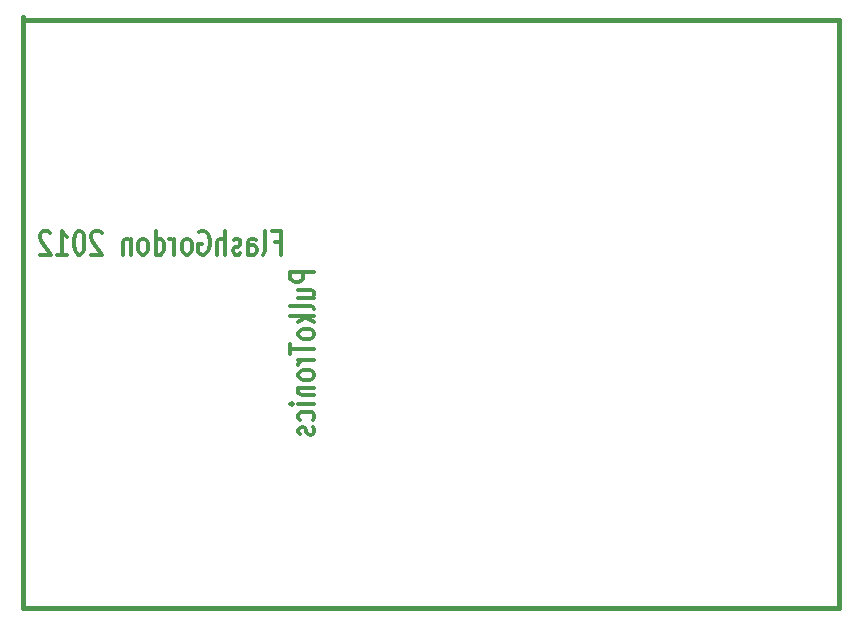
<source format=gbo>
G04 (created by PCBNEW-RS274X (2011-07-08 BZR 3044)-stable) date 06/10/2012 12:04:17*
G01*
G70*
G90*
%MOIN*%
G04 Gerber Fmt 3.4, Leading zero omitted, Abs format*
%FSLAX34Y34*%
G04 APERTURE LIST*
%ADD10C,0.006000*%
%ADD11C,0.015000*%
%ADD12C,0.012000*%
%ADD13C,0.075000*%
%ADD14R,0.082000X0.110000*%
%ADD15O,0.082000X0.110000*%
%ADD16R,0.075000X0.075000*%
%ADD17C,0.090000*%
%ADD18R,0.090000X0.090000*%
%ADD19R,0.110000X0.082000*%
%ADD20O,0.110000X0.082000*%
%ADD21R,0.080000X0.080000*%
%ADD22C,0.080000*%
G04 APERTURE END LIST*
G54D10*
G54D11*
X07000Y-08100D02*
X07000Y-08000D01*
X34200Y-08100D02*
X07000Y-08100D01*
X34200Y-27700D02*
X34200Y-08100D01*
X07000Y-27700D02*
X34200Y-27700D01*
X07000Y-08100D02*
X07000Y-27700D01*
G54D12*
X16724Y-16500D02*
X15924Y-16500D01*
X15924Y-16728D01*
X15962Y-16786D01*
X16000Y-16814D01*
X16076Y-16843D01*
X16190Y-16843D01*
X16267Y-16814D01*
X16305Y-16786D01*
X16343Y-16728D01*
X16343Y-16500D01*
X16190Y-17357D02*
X16724Y-17357D01*
X16190Y-17100D02*
X16610Y-17100D01*
X16686Y-17128D01*
X16724Y-17186D01*
X16724Y-17271D01*
X16686Y-17328D01*
X16648Y-17357D01*
X16724Y-17729D02*
X16686Y-17671D01*
X16610Y-17643D01*
X15924Y-17643D01*
X16724Y-17957D02*
X15924Y-17957D01*
X16419Y-18014D02*
X16724Y-18185D01*
X16190Y-18185D02*
X16495Y-17957D01*
X16724Y-18529D02*
X16686Y-18471D01*
X16648Y-18443D01*
X16571Y-18414D01*
X16343Y-18414D01*
X16267Y-18443D01*
X16229Y-18471D01*
X16190Y-18529D01*
X16190Y-18614D01*
X16229Y-18671D01*
X16267Y-18700D01*
X16343Y-18729D01*
X16571Y-18729D01*
X16648Y-18700D01*
X16686Y-18671D01*
X16724Y-18614D01*
X16724Y-18529D01*
X15924Y-18900D02*
X15924Y-19243D01*
X16724Y-19072D02*
X15924Y-19072D01*
X16724Y-19443D02*
X16190Y-19443D01*
X16343Y-19443D02*
X16267Y-19471D01*
X16229Y-19500D01*
X16190Y-19557D01*
X16190Y-19614D01*
X16724Y-19900D02*
X16686Y-19842D01*
X16648Y-19814D01*
X16571Y-19785D01*
X16343Y-19785D01*
X16267Y-19814D01*
X16229Y-19842D01*
X16190Y-19900D01*
X16190Y-19985D01*
X16229Y-20042D01*
X16267Y-20071D01*
X16343Y-20100D01*
X16571Y-20100D01*
X16648Y-20071D01*
X16686Y-20042D01*
X16724Y-19985D01*
X16724Y-19900D01*
X16190Y-20357D02*
X16724Y-20357D01*
X16267Y-20357D02*
X16229Y-20385D01*
X16190Y-20443D01*
X16190Y-20528D01*
X16229Y-20585D01*
X16305Y-20614D01*
X16724Y-20614D01*
X16724Y-20900D02*
X16190Y-20900D01*
X15924Y-20900D02*
X15962Y-20871D01*
X16000Y-20900D01*
X15962Y-20928D01*
X15924Y-20900D01*
X16000Y-20900D01*
X16686Y-21443D02*
X16724Y-21386D01*
X16724Y-21272D01*
X16686Y-21214D01*
X16648Y-21186D01*
X16571Y-21157D01*
X16343Y-21157D01*
X16267Y-21186D01*
X16229Y-21214D01*
X16190Y-21272D01*
X16190Y-21386D01*
X16229Y-21443D01*
X16686Y-21671D02*
X16724Y-21728D01*
X16724Y-21843D01*
X16686Y-21900D01*
X16610Y-21928D01*
X16571Y-21928D01*
X16495Y-21900D01*
X16457Y-21843D01*
X16457Y-21757D01*
X16419Y-21700D01*
X16343Y-21671D01*
X16305Y-21671D01*
X16229Y-21700D01*
X16190Y-21757D01*
X16190Y-21843D01*
X16229Y-21900D01*
X15399Y-15505D02*
X15599Y-15505D01*
X15599Y-15924D02*
X15599Y-15124D01*
X15313Y-15124D01*
X14999Y-15924D02*
X15057Y-15886D01*
X15085Y-15810D01*
X15085Y-15124D01*
X14514Y-15924D02*
X14514Y-15505D01*
X14543Y-15429D01*
X14600Y-15390D01*
X14714Y-15390D01*
X14771Y-15429D01*
X14514Y-15886D02*
X14571Y-15924D01*
X14714Y-15924D01*
X14771Y-15886D01*
X14800Y-15810D01*
X14800Y-15733D01*
X14771Y-15657D01*
X14714Y-15619D01*
X14571Y-15619D01*
X14514Y-15581D01*
X14257Y-15886D02*
X14200Y-15924D01*
X14085Y-15924D01*
X14028Y-15886D01*
X14000Y-15810D01*
X14000Y-15771D01*
X14028Y-15695D01*
X14085Y-15657D01*
X14171Y-15657D01*
X14228Y-15619D01*
X14257Y-15543D01*
X14257Y-15505D01*
X14228Y-15429D01*
X14171Y-15390D01*
X14085Y-15390D01*
X14028Y-15429D01*
X13742Y-15924D02*
X13742Y-15124D01*
X13485Y-15924D02*
X13485Y-15505D01*
X13514Y-15429D01*
X13571Y-15390D01*
X13656Y-15390D01*
X13714Y-15429D01*
X13742Y-15467D01*
X12885Y-15162D02*
X12942Y-15124D01*
X13028Y-15124D01*
X13113Y-15162D01*
X13171Y-15238D01*
X13199Y-15314D01*
X13228Y-15467D01*
X13228Y-15581D01*
X13199Y-15733D01*
X13171Y-15810D01*
X13113Y-15886D01*
X13028Y-15924D01*
X12971Y-15924D01*
X12885Y-15886D01*
X12856Y-15848D01*
X12856Y-15581D01*
X12971Y-15581D01*
X12513Y-15924D02*
X12571Y-15886D01*
X12599Y-15848D01*
X12628Y-15771D01*
X12628Y-15543D01*
X12599Y-15467D01*
X12571Y-15429D01*
X12513Y-15390D01*
X12428Y-15390D01*
X12371Y-15429D01*
X12342Y-15467D01*
X12313Y-15543D01*
X12313Y-15771D01*
X12342Y-15848D01*
X12371Y-15886D01*
X12428Y-15924D01*
X12513Y-15924D01*
X12056Y-15924D02*
X12056Y-15390D01*
X12056Y-15543D02*
X12028Y-15467D01*
X11999Y-15429D01*
X11942Y-15390D01*
X11885Y-15390D01*
X11428Y-15924D02*
X11428Y-15124D01*
X11428Y-15886D02*
X11485Y-15924D01*
X11599Y-15924D01*
X11657Y-15886D01*
X11685Y-15848D01*
X11714Y-15771D01*
X11714Y-15543D01*
X11685Y-15467D01*
X11657Y-15429D01*
X11599Y-15390D01*
X11485Y-15390D01*
X11428Y-15429D01*
X11056Y-15924D02*
X11114Y-15886D01*
X11142Y-15848D01*
X11171Y-15771D01*
X11171Y-15543D01*
X11142Y-15467D01*
X11114Y-15429D01*
X11056Y-15390D01*
X10971Y-15390D01*
X10914Y-15429D01*
X10885Y-15467D01*
X10856Y-15543D01*
X10856Y-15771D01*
X10885Y-15848D01*
X10914Y-15886D01*
X10971Y-15924D01*
X11056Y-15924D01*
X10599Y-15390D02*
X10599Y-15924D01*
X10599Y-15467D02*
X10571Y-15429D01*
X10513Y-15390D01*
X10428Y-15390D01*
X10371Y-15429D01*
X10342Y-15505D01*
X10342Y-15924D01*
X09628Y-15200D02*
X09599Y-15162D01*
X09542Y-15124D01*
X09399Y-15124D01*
X09342Y-15162D01*
X09313Y-15200D01*
X09285Y-15276D01*
X09285Y-15352D01*
X09313Y-15467D01*
X09656Y-15924D01*
X09285Y-15924D01*
X08914Y-15124D02*
X08857Y-15124D01*
X08800Y-15162D01*
X08771Y-15200D01*
X08742Y-15276D01*
X08714Y-15429D01*
X08714Y-15619D01*
X08742Y-15771D01*
X08771Y-15848D01*
X08800Y-15886D01*
X08857Y-15924D01*
X08914Y-15924D01*
X08971Y-15886D01*
X09000Y-15848D01*
X09028Y-15771D01*
X09057Y-15619D01*
X09057Y-15429D01*
X09028Y-15276D01*
X09000Y-15200D01*
X08971Y-15162D01*
X08914Y-15124D01*
X08143Y-15924D02*
X08486Y-15924D01*
X08314Y-15924D02*
X08314Y-15124D01*
X08371Y-15238D01*
X08429Y-15314D01*
X08486Y-15352D01*
X07915Y-15200D02*
X07886Y-15162D01*
X07829Y-15124D01*
X07686Y-15124D01*
X07629Y-15162D01*
X07600Y-15200D01*
X07572Y-15276D01*
X07572Y-15352D01*
X07600Y-15467D01*
X07943Y-15924D01*
X07572Y-15924D01*
%LPC*%
G54D13*
X16200Y-11900D03*
X16200Y-13900D03*
X17300Y-09900D03*
X17300Y-11900D03*
X24600Y-11800D03*
X24600Y-09800D03*
G54D14*
X08500Y-14400D03*
G54D15*
X09500Y-14400D03*
X10500Y-14400D03*
X11500Y-14400D03*
X12500Y-14400D03*
X13500Y-14400D03*
X14500Y-14400D03*
X14500Y-11400D03*
X13500Y-11400D03*
X12500Y-11400D03*
X11500Y-11400D03*
X10500Y-11400D03*
X09500Y-11400D03*
X08500Y-11400D03*
G54D16*
X22750Y-23200D03*
G54D13*
X22750Y-21700D03*
G54D17*
X26000Y-14700D03*
G54D18*
X26000Y-18700D03*
G54D13*
X25000Y-20500D03*
X25000Y-23500D03*
G54D17*
X26300Y-23800D03*
G54D18*
X26300Y-19800D03*
G54D16*
X33250Y-20050D03*
G54D13*
X33250Y-21050D03*
X33250Y-22050D03*
G54D16*
X33250Y-18650D03*
G54D13*
X33250Y-17650D03*
X33250Y-16650D03*
X16400Y-10300D03*
X13400Y-10300D03*
X12500Y-10100D03*
X09500Y-10100D03*
X30300Y-15500D03*
X33300Y-15500D03*
G54D19*
X19600Y-09900D03*
G54D20*
X19600Y-10900D03*
X19600Y-11900D03*
X22600Y-11900D03*
X22600Y-10900D03*
X22600Y-09900D03*
G54D19*
X27700Y-16700D03*
G54D20*
X27700Y-17700D03*
X27700Y-18700D03*
X27700Y-19700D03*
X27700Y-20700D03*
X27700Y-21700D03*
X27700Y-22700D03*
X30700Y-22700D03*
X30700Y-21700D03*
X30700Y-20700D03*
X30700Y-19700D03*
X30700Y-18700D03*
X30700Y-17700D03*
X30700Y-16700D03*
G54D16*
X09600Y-19200D03*
G54D13*
X08600Y-20200D03*
X09600Y-20200D03*
X08600Y-21200D03*
X09600Y-22200D03*
X09600Y-21200D03*
X10600Y-22200D03*
X10600Y-21200D03*
X11600Y-22200D03*
X11600Y-21200D03*
X12600Y-22200D03*
X12600Y-21200D03*
X13600Y-22200D03*
X14600Y-21200D03*
X13600Y-21200D03*
X14600Y-20200D03*
X13600Y-20200D03*
X14600Y-19200D03*
X13600Y-19200D03*
X14600Y-18200D03*
X13600Y-17200D03*
X13600Y-18200D03*
X12600Y-17200D03*
X12600Y-18200D03*
X11600Y-17200D03*
X11600Y-18200D03*
X10600Y-17200D03*
X10600Y-18200D03*
X09600Y-18200D03*
X08600Y-19200D03*
X09600Y-17200D03*
X08600Y-18200D03*
G54D14*
X32300Y-09800D03*
G54D15*
X31300Y-09800D03*
X30300Y-09800D03*
X29300Y-09800D03*
X28300Y-09800D03*
X27300Y-09800D03*
X26300Y-09800D03*
X26300Y-12800D03*
X27300Y-12800D03*
X28300Y-12800D03*
X29300Y-12800D03*
X30300Y-12800D03*
X31300Y-12800D03*
X32300Y-12800D03*
G54D19*
X21900Y-13700D03*
G54D20*
X21900Y-14700D03*
X21900Y-15700D03*
X21900Y-16700D03*
X21900Y-17700D03*
X21900Y-18700D03*
X21900Y-19700D03*
X24900Y-19700D03*
X24900Y-18700D03*
X24900Y-17700D03*
X24900Y-16700D03*
X24900Y-15700D03*
X24900Y-14700D03*
X24900Y-13700D03*
G54D19*
X17300Y-13700D03*
G54D20*
X17300Y-14700D03*
X17300Y-15700D03*
X17300Y-16700D03*
X17300Y-17700D03*
X17300Y-18700D03*
X17300Y-19700D03*
X17300Y-20700D03*
X17300Y-21700D03*
X17300Y-22700D03*
X20300Y-22700D03*
X20300Y-21700D03*
X20300Y-20700D03*
X20300Y-19700D03*
X20300Y-18700D03*
X20300Y-17700D03*
X20300Y-16700D03*
X20300Y-15700D03*
X20300Y-14700D03*
X20300Y-13700D03*
G54D17*
X32100Y-16600D03*
G54D18*
X32100Y-20600D03*
G54D13*
X31200Y-14300D03*
X28200Y-14300D03*
G54D21*
X08294Y-26531D03*
G54D22*
X08294Y-25531D03*
X09294Y-26531D03*
X09294Y-25531D03*
X10294Y-26531D03*
X10294Y-25531D03*
X11294Y-26531D03*
X11294Y-25531D03*
X12294Y-26531D03*
X12294Y-25531D03*
X13294Y-26531D03*
X13294Y-25531D03*
X14294Y-26531D03*
X14294Y-25531D03*
X15294Y-26531D03*
X15294Y-25531D03*
X16294Y-26531D03*
X16294Y-25531D03*
X17294Y-26531D03*
X17294Y-25531D03*
X18294Y-26531D03*
X18294Y-25531D03*
X19294Y-26531D03*
X19294Y-25531D03*
X20294Y-26531D03*
X20294Y-25531D03*
X21294Y-26531D03*
X21294Y-25531D03*
X22294Y-26531D03*
X22294Y-25531D03*
X23294Y-26531D03*
X23294Y-25531D03*
X24294Y-26531D03*
X24294Y-25531D03*
X25294Y-26531D03*
X25294Y-25531D03*
X26294Y-26531D03*
X26294Y-25531D03*
X27294Y-26531D03*
X27294Y-25531D03*
X28294Y-26531D03*
X28294Y-25531D03*
X29294Y-26531D03*
X29294Y-25531D03*
X30294Y-26531D03*
X30294Y-25531D03*
X31294Y-26531D03*
X31294Y-25531D03*
X32294Y-26531D03*
X32294Y-25531D03*
M02*

</source>
